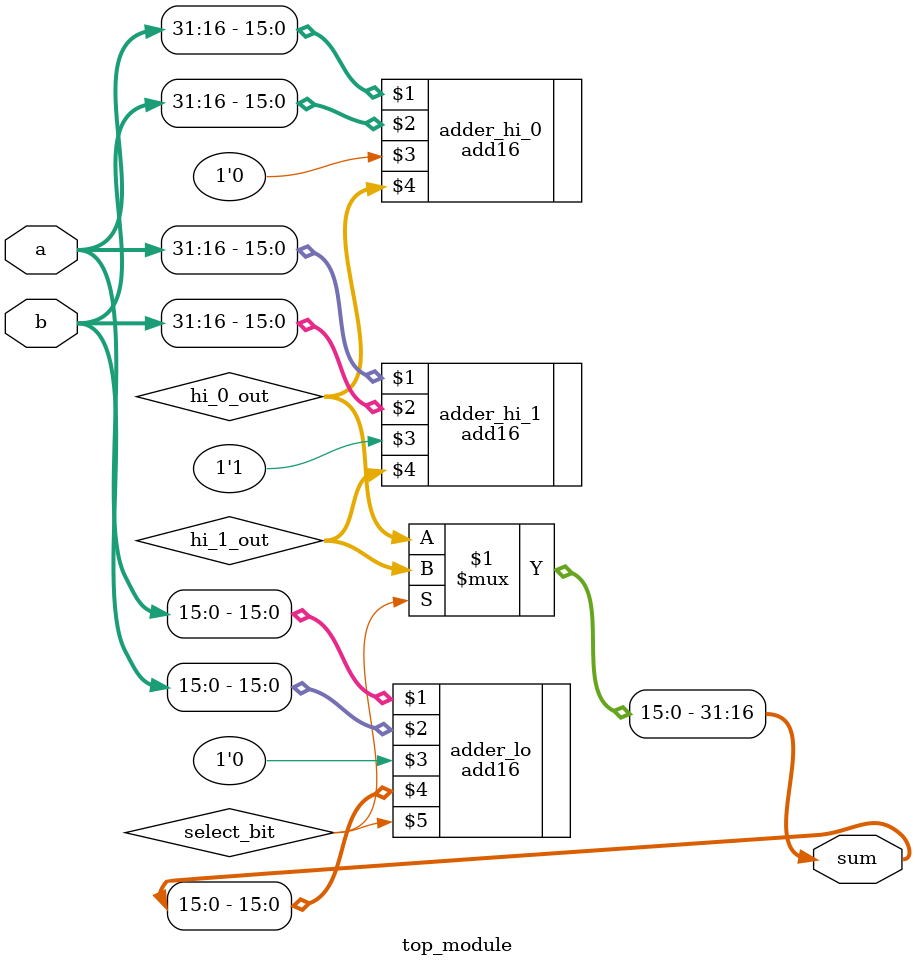
<source format=v>
module top_module(
    input [31:0] a,
    input [31:0] b,
    output [31:0] sum
);
    wire [15:0] hi_0_out, hi_1_out;
	wire select_bit;
    
    add16   adder_lo( a[15:0],  b[15:0],  1'b0, sum[15:0], select_bit );
    add16 adder_hi_0( a[31:16], b[31:16], 1'b0, hi_0_out, );
    add16 adder_hi_1( a[31:16], b[31:16], 1'b1, hi_1_out, );
    assign sum[31:16] = (select_bit)?hi_1_out:hi_0_out;
    
endmodule

</source>
